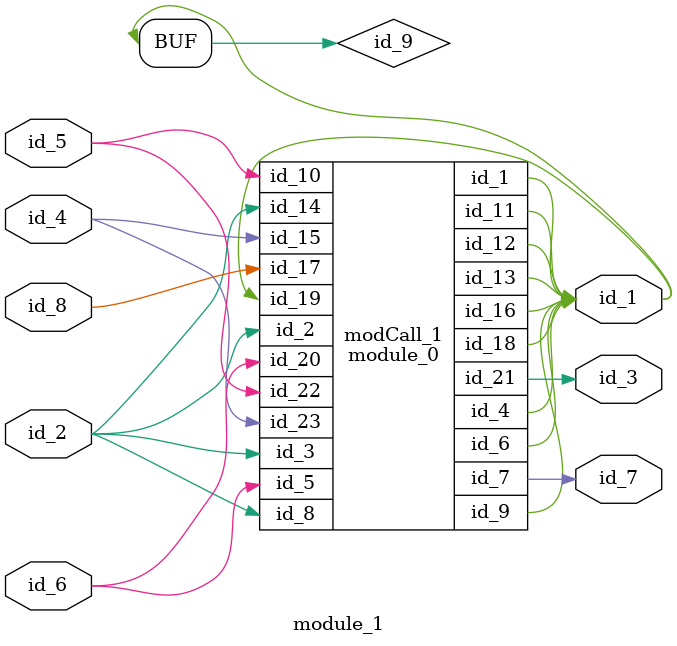
<source format=v>
module module_0 (
    id_1,
    id_2,
    id_3,
    id_4,
    id_5,
    id_6,
    id_7,
    id_8,
    id_9,
    id_10,
    id_11,
    id_12,
    id_13,
    id_14,
    id_15,
    id_16,
    id_17,
    id_18,
    id_19,
    id_20,
    id_21,
    id_22,
    id_23
);
  input wire id_23;
  input wire id_22;
  output wire id_21;
  input wire id_20;
  input wire id_19;
  inout wire id_18;
  input wire id_17;
  output wire id_16;
  input wire id_15;
  input wire id_14;
  output wire id_13;
  inout wire id_12;
  output wire id_11;
  input wire id_10;
  output wire id_9;
  input wire id_8;
  output wire id_7;
  output wire id_6;
  input wire id_5;
  output wire id_4;
  input wire id_3;
  input wire id_2;
  output wire id_1;
  wire id_24 = id_3;
  wire id_25;
endmodule
module module_1 (
    id_1,
    id_2,
    id_3,
    id_4,
    id_5,
    id_6,
    id_7,
    id_8
);
  input wire id_8;
  output wire id_7;
  input wire id_6;
  input wire id_5;
  input wire id_4;
  output wire id_3;
  inout wire id_2;
  output wire id_1;
  wire id_9;
  module_0 modCall_1 (
      id_1,
      id_2,
      id_2,
      id_9,
      id_6,
      id_9,
      id_7,
      id_2,
      id_1,
      id_5,
      id_9,
      id_9,
      id_1,
      id_2,
      id_4,
      id_1,
      id_8,
      id_9,
      id_9,
      id_6,
      id_3,
      id_5,
      id_4
  );
  assign id_1 = id_9;
endmodule

</source>
